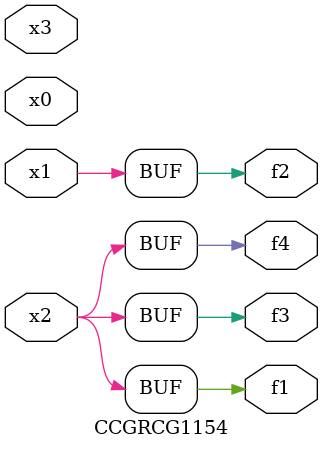
<source format=v>
module CCGRCG1154(
	input x0, x1, x2, x3,
	output f1, f2, f3, f4
);
	assign f1 = x2;
	assign f2 = x1;
	assign f3 = x2;
	assign f4 = x2;
endmodule

</source>
